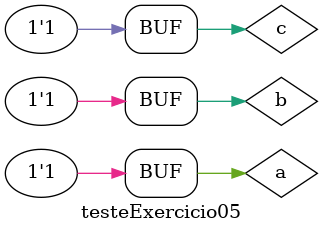
<source format=v>
module Exercicio05(s, a, b, c);
	output s;
	input a, b, c;
	assign s = ~ (a | b | c);
endmodule

module testeExercicio05;
	reg a, b, c;
	wire r, s, t, w, z;

	Exercicio05 NOR1 (r, a, a, a);
	Exercicio05 NOR2 (s, b, b, b);
	Exercicio05 NOR3 (t, c, c, c);
	Exercicio05 NOR4 (w, r, s, t);
	Exercicio05 NOR5 (z, w, w, w);

	initial begin
		a = 0;
		b = 0;
		c = 0;
	end

	initial begin

		$display("Exercicio 05 - Douglas Borges - 417889");
		$display("Tabela verdade da porta NAND com 3 entradas utilizando portas NOR\n");

		#1 $display(" ~( a & b & c )  =  s  =>  ~( ~(a|a|a) | ~(b|b|b) | ~(c|c|c) )  =  s1  =>  ~( s1 | s1 | s1 )  =  s");
		#1 $monitor("    %b   %b   %b       %b             %b          %b          %b          %b          %d    %d    %d        %d", a, b, c, z, r, s, t, w, w, w, w, z);
		#1 a = 0; b = 0; c = 1;
		#1 a = 0; b = 1; c = 0;
		#1 a = 0; b = 1; c = 1;
		#1 a = 1; b = 0; c = 0;
		#1 a = 1; b = 0; c = 1;
		#1 a = 1; b = 1; c = 0;
		#1 a = 1; b = 1; c = 1;

	end

/*
Exercicio 05 - Douglas Borges - 417889
Tabela verdade da porta NAND com 3 entradas utilizando portas NOR

 ~( a & b & c )  =  s  =>  ~( ~(a|a|a) | ~(b|b|b) | ~(c|c|c) )  =  s1  =>  ~( s1 | s1 | s1 )  =  s
    0   0   0       1             1          1          1          0          0    0    0        1
    0   0   1       1             1          1          0          0          0    0    0        1
    0   1   0       1             1          0          1          0          0    0    0        1
    0   1   1       1             1          0          0          0          0    0    0        1
    1   0   0       1             0          1          1          0          0    0    0        1
    1   0   1       1             0          1          0          0          0    0    0        1
    1   1   0       1             0          0          1          0          0    0    0        1
    1   1   1       0             0          0          0          1          1    1    1        0
*/

endmodule
</source>
